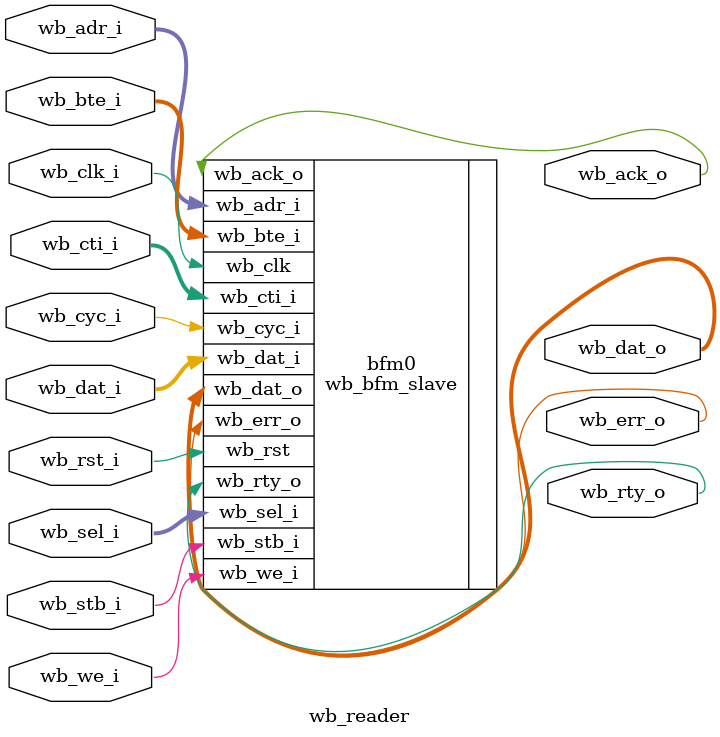
<source format=v>
module wb_reader
  #(parameter WB_AW = 32,
    parameter WB_DW = 32,
    parameter MAX_BURST_LEN = 0)
   (input 	   wb_clk_i,
    input 		wb_rst_i,
    
    input [WB_AW-1:0] 	wb_adr_i,
    input [WB_DW-1:0] 	wb_dat_i,
    input [WB_DW/8-1:0] wb_sel_i,
    input 		wb_we_i,
    input [1:0] 	wb_bte_i,
    input [2:0] 	wb_cti_i,
    input 		wb_cyc_i,
    input 		wb_stb_i,
   
    output 		wb_ack_o,
    output 		wb_err_o,
    output 		wb_rty_o,
    output [WB_DW-1:0] 	wb_dat_o);

`include "wb_bfm_params.v"
   
   wb_bfm_slave
     #(.aw (WB_AW),
       .dw (WB_DW))
   bfm0
     (.wb_clk   (wb_clk_i),
      .wb_rst   (wb_rst_i),
      .wb_adr_i (wb_adr_i),
      .wb_dat_i (wb_dat_i),
      .wb_sel_i (wb_sel_i),
      .wb_we_i  (wb_we_i), 
      .wb_cyc_i (wb_cyc_i),
      .wb_stb_i (wb_stb_i),
      .wb_cti_i (wb_cti_i),
      .wb_bte_i (wb_bte_i),
      .wb_dat_o (wb_dat_o),
      .wb_ack_o (wb_ack_o),
      .wb_err_o (wb_err_o),
      .wb_rty_o (wb_rty_o));
   
   task wb_read_burst;
      output [MAX_BURST_LEN*WB_AW-1:0] addr_o;
      output [MAX_BURST_LEN*WB_DW-1:0] data_o;
      output integer 	 length_o;

      reg [WB_AW-1:0] 	 addr;
      reg [WB_DW-1:0] 	 data;
      integer 		 idx;
      
      begin

	 bfm0.init();
	 
	 addr = wb_adr_i;
	 
	 if(bfm0.op !== WRITE)
	   $error("%m : Expected a wishbone write operation");
	 else if(bfm0.cycle_type !== BURST_CYCLE)
	   $error("%m : Expected a burst cycle");
	 else begin
	    idx = 0;
	    while(bfm0.has_next) begin
	       //FIXME: Check mask
	       bfm0.write_ack(data);
	       //$display("%d : Got new data %x", idx, data);
	       data_o[idx*WB_DW+:WB_DW] = data;
	       addr_o[idx*WB_DW+:WB_AW] = addr;
	       idx = idx + 1;
	       addr = bfm0.next_addr(addr, bfm0.burst_type);
	    end
	    length_o = idx;
	 end // else: !if(bfm0.cycle_type !== BURST_CYCLE)
      end
   endtask
   
endmodule

</source>
